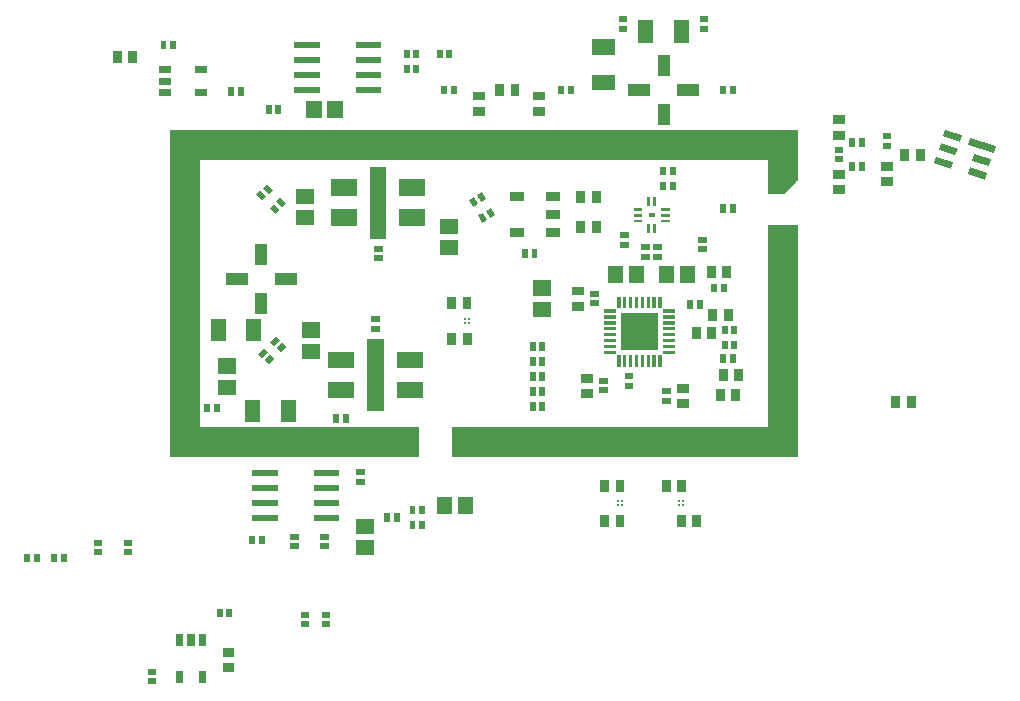
<source format=gbr>
G04 start of page 13 for group -4014 idx -4014 *
G04 Title: (unknown), bottompaste *
G04 Creator: pcb 1.99z *
G04 CreationDate: Wed 16 Jun 2021 11:08:52 PM GMT UTC *
G04 For: mark *
G04 Format: Gerber/RS-274X *
G04 PCB-Dimensions (mil): 4300.00 3300.00 *
G04 PCB-Coordinate-Origin: lower left *
%MOIN*%
%FSLAX25Y25*%
%LNBOTTOMPASTE*%
%ADD229C,0.0071*%
%ADD228R,0.0551X0.0551*%
%ADD227R,0.0300X0.0300*%
%ADD226R,0.0100X0.0100*%
%ADD225R,0.1000X0.1000*%
%ADD224C,0.0100*%
%ADD223R,0.0200X0.0200*%
%ADD222C,0.0001*%
%ADD221R,0.0400X0.0400*%
%ADD220R,0.0098X0.0098*%
%ADD219R,0.0118X0.0118*%
%ADD218R,0.0295X0.0295*%
%ADD217R,0.0240X0.0240*%
%ADD216R,0.0512X0.0512*%
%ADD215R,0.0197X0.0197*%
G54D215*X286080Y165387D02*Y164601D01*
X282932Y165387D02*Y164601D01*
G54D216*X116613Y145951D02*X117399D01*
X116613Y153037D02*X117399D01*
X125911Y166175D02*Y163813D01*
X114101Y166175D02*Y163813D01*
G54D217*X105006Y62344D02*Y60770D01*
X108746Y50219D02*Y48644D01*
X101266Y50219D02*Y48644D01*
X108746Y62344D02*Y60770D01*
X101266Y62344D02*Y60770D01*
G54D218*X117014Y57553D02*X117998D01*
X117014Y52435D02*X117998D01*
G54D215*X91613Y47920D02*X92399D01*
X91613Y51068D02*X92399D01*
X134080Y238887D02*Y238101D01*
X130932Y238887D02*Y238101D01*
X114532Y71087D02*Y70301D01*
X117680Y71087D02*Y70301D01*
X161113Y114420D02*X161899D01*
X161113Y117568D02*X161899D01*
X282432Y205887D02*Y205101D01*
X285580Y205887D02*Y205101D01*
G54D218*X240053Y209986D02*Y209002D01*
X234935Y209986D02*Y209002D01*
G54D219*X258159Y203337D02*X258947D01*
G54D220*X262096D02*X264065D01*
X262096Y201368D02*X264065D01*
X262096Y205305D02*X264065D01*
X253041Y203337D02*X255010D01*
X253041Y201368D02*X255010D01*
X253041Y205305D02*X255010D01*
X259537Y199793D02*Y197825D01*
X257569Y199793D02*Y197825D01*
X259537Y208848D02*Y206880D01*
X257569Y208848D02*Y206880D01*
G54D218*X240065Y199986D02*Y199002D01*
X234947Y199986D02*Y199002D01*
G54D215*X260113Y192642D02*X260899D01*
X260113Y189494D02*X260899D01*
G54D216*X189463Y106887D02*Y106101D01*
X196549Y106887D02*Y106101D01*
G54D221*X118756Y181994D02*X121956D01*
X135056D02*X138256D01*
X128506Y175444D02*Y172244D01*
Y191744D02*Y188544D01*
G54D216*X190613Y192451D02*X191399D01*
X190613Y199537D02*X191399D01*
G54D222*G36*
X132615Y207051D02*X134562Y205103D01*
X133171Y203712D01*
X131223Y205659D01*
X132615Y207051D01*
G37*
G36*
X134841Y209277D02*X136788Y207329D01*
X135397Y205938D01*
X133449Y207885D01*
X134841Y209277D01*
G37*
G36*
X128115Y211551D02*X130062Y209603D01*
X128671Y208212D01*
X126723Y210159D01*
X128115Y211551D01*
G37*
G36*
X130341Y213777D02*X132288Y211829D01*
X130897Y210438D01*
X128949Y212385D01*
X130341Y213777D01*
G37*
G54D216*X142613Y202451D02*X143399D01*
X142613Y209537D02*X143399D01*
G54D223*X140506Y244994D02*X147006D01*
X140506Y249994D02*X147006D01*
X140506Y254994D02*X147006D01*
X140506Y259994D02*X147006D01*
X161006D02*X167506D01*
X161006Y254994D02*X167506D01*
X161006Y249994D02*X167506D01*
X161006Y244994D02*X167506D01*
G54D215*X282406Y245387D02*Y244601D01*
X285554Y245387D02*Y244601D01*
G54D218*X348065Y223986D02*Y223002D01*
X342947Y223986D02*Y223002D01*
G54D221*X262580Y254744D02*Y251544D01*
Y238444D02*Y235244D01*
X252830Y244994D02*X256030D01*
X269130D02*X272330D01*
G54D215*X228432Y245387D02*Y244601D01*
X231580Y245387D02*Y244601D01*
X189432Y245387D02*Y244601D01*
X192580Y245387D02*Y244601D01*
G54D218*X207921Y245486D02*Y244502D01*
X213039Y245486D02*Y244502D01*
G54D216*X241325Y247589D02*X243687D01*
X241325Y259399D02*X243687D01*
G54D218*X220514Y237935D02*X221498D01*
X220514Y243053D02*X221498D01*
X336514Y219553D02*X337498D01*
X336514Y214435D02*X337498D01*
G54D215*X328580Y227887D02*Y227101D01*
X325432Y227887D02*Y227101D01*
X328580Y219887D02*Y219101D01*
X325432Y219887D02*Y219101D01*
X336613Y226494D02*X337399D01*
X336613Y229642D02*X337399D01*
G54D222*G36*
X205032Y205769D02*X206410Y203385D01*
X204705Y202401D01*
X203328Y204785D01*
X205032Y205769D01*
G37*
G36*
X202306Y204195D02*X203684Y201811D01*
X201980Y200827D01*
X200602Y203211D01*
X202306Y204195D01*
G37*
G36*
X202033Y210965D02*X203409Y208580D01*
X201705Y207596D01*
X200328Y209982D01*
X202033Y210965D01*
G37*
G36*
X199307Y209392D02*X200684Y207007D01*
X198979Y206023D01*
X197602Y208408D01*
X199307Y209392D01*
G37*
G54D215*X73613Y94068D02*X74399D01*
X73613Y90920D02*X74399D01*
X282432Y155887D02*Y155101D01*
X285580Y155887D02*Y155101D01*
G54D216*X153049Y238887D02*Y238101D01*
X145963Y238887D02*Y238101D01*
G54D222*G36*
X129489Y154953D02*X131437Y156901D01*
X132828Y155509D01*
X130881Y153562D01*
X129489Y154953D01*
G37*
G36*
X127263Y157179D02*X129211Y159127D01*
X130602Y157735D01*
X128655Y155788D01*
X127263Y157179D01*
G37*
G36*
X133489Y158953D02*X135437Y160901D01*
X136828Y159509D01*
X134881Y157562D01*
X133489Y158953D01*
G37*
G36*
X131263Y161179D02*X133211Y163127D01*
X134602Y161735D01*
X132655Y159788D01*
X131263Y161179D01*
G37*
G54D216*X144613Y157951D02*X145399D01*
X144613Y165037D02*X145399D01*
G54D224*X302500Y211000D02*X306500Y215000D01*
G54D225*X197000Y127750D02*X302500D01*
X103000D02*X176000D01*
X103000Y226750D02*Y127750D01*
Y226750D02*X302500D01*
Y219750D01*
Y195000D02*Y127750D01*
G54D226*X298000Y211000D02*X302000D01*
X298000Y212000D02*X303000D01*
X298000Y213000D02*X304000D01*
X298000Y214000D02*X305000D01*
X298000Y215000D02*X306000D01*
G54D215*X95858Y260387D02*Y259601D01*
X99006Y260387D02*Y259601D01*
G54D218*X200588Y237935D02*X201572D01*
X200588Y243053D02*X201572D01*
G54D215*X256113Y192642D02*X256899D01*
X256113Y189494D02*X256899D01*
X283006Y160387D02*Y159601D01*
X286154Y160387D02*Y159601D01*
G54D223*X126506Y102494D02*X133006D01*
X126506Y107494D02*X133006D01*
X126506Y112494D02*X133006D01*
X126506Y117494D02*X133006D01*
X147006D02*X153506D01*
X147006Y112494D02*X153506D01*
X147006Y107494D02*X153506D01*
X147006Y102494D02*X153506D01*
G54D216*X162613Y99537D02*X163399D01*
X162613Y92451D02*X163399D01*
G54D215*X170432Y102887D02*Y102101D01*
X173580Y102887D02*Y102101D01*
X178858Y100387D02*Y99601D01*
X182006Y100387D02*Y99601D01*
X178858Y105387D02*Y104601D01*
X182006Y105387D02*Y104601D01*
G54D217*X95581Y247994D02*X97156D01*
X107707Y251734D02*X109282D01*
X107707Y244254D02*X109282D01*
X95581Y251734D02*X97156D01*
X95581Y244254D02*X97156D01*
G54D218*X85506Y256486D02*Y255502D01*
X80388Y256486D02*Y255502D01*
G54D215*X118432Y244887D02*Y244101D01*
X121580Y244887D02*Y244101D01*
X249113Y193420D02*X249899D01*
X249113Y196568D02*X249899D01*
G54D216*X268411Y265675D02*Y263313D01*
X256601Y265675D02*Y263313D01*
G54D215*X248613Y265420D02*X249399D01*
X248613Y268568D02*X249399D01*
X275613Y265420D02*X276399D01*
X275613Y268568D02*X276399D01*
G54D227*X225006Y197494D02*X226506D01*
X213006D02*X214506D01*
X225006Y203494D02*X226506D01*
X225006Y209494D02*X226506D01*
X213006D02*X214506D01*
G54D215*X128580Y95387D02*Y94601D01*
X125432Y95387D02*Y94601D01*
X139113Y96068D02*X139899D01*
X139113Y92920D02*X139899D01*
X149113D02*X149899D01*
X149113Y96068D02*X149899D01*
X176932Y252387D02*Y251601D01*
X180080Y252387D02*Y251601D01*
X176932Y257387D02*Y256601D01*
X180080Y257387D02*Y256601D01*
X187932Y257387D02*Y256601D01*
X191080Y257387D02*Y256601D01*
X113580Y139387D02*Y138601D01*
X110432Y139387D02*Y138601D01*
X149613Y70068D02*X150399D01*
X149613Y66920D02*X150399D01*
X142613D02*X143399D01*
X142613Y70068D02*X143399D01*
X166113Y165420D02*X166899D01*
X166113Y168568D02*X166899D01*
X153432Y135887D02*Y135101D01*
X156580Y135887D02*Y135101D01*
G54D216*X125601Y139175D02*Y136813D01*
X137411Y139175D02*Y136813D01*
G54D215*X275113Y191920D02*X275899D01*
X275113Y195068D02*X275899D01*
X320613Y221920D02*X321399D01*
X320613Y225068D02*X321399D01*
G54D218*X320514Y229994D02*X321498D01*
X320514Y235112D02*X321498D01*
G54D222*G36*
X319038Y218470D02*X322974Y218470D01*
X322974Y215518D01*
X319038Y215518D01*
X319038Y218470D01*
G37*
G54D218*X320514Y211876D02*X321498D01*
G54D215*X262432Y213387D02*Y212601D01*
X265580Y213387D02*Y212601D01*
X262432Y218387D02*Y217601D01*
X265580Y218387D02*Y217601D01*
X167113Y192068D02*X167899D01*
X167113Y188920D02*X167899D01*
X83613Y90920D02*X84399D01*
X83613Y94068D02*X84399D01*
X271432Y173887D02*Y173101D01*
X274580Y173887D02*Y173101D01*
G54D228*X176431Y154994D02*X179581D01*
X176431Y144994D02*X179581D01*
X153596Y154994D02*X156746D01*
X153596Y144994D02*X156746D01*
X166589Y159294D02*Y149994D01*
Y140742D01*
X154431Y202494D02*X157581D01*
X154431Y212494D02*X157581D01*
X177266Y202494D02*X180415D01*
X177266Y212494D02*X180415D01*
X167423Y207494D02*Y198194D01*
Y216746D02*Y207494D01*
G54D215*X50432Y89387D02*Y88601D01*
X53580Y89387D02*Y88601D01*
X59432Y89387D02*Y88601D01*
X62580Y89387D02*Y88601D01*
G54D218*X273447Y164486D02*Y163502D01*
X278565Y164486D02*Y163502D01*
X286565Y143986D02*Y143002D01*
X281447Y143986D02*Y143002D01*
X287565Y150486D02*Y149502D01*
X282447Y150486D02*Y149502D01*
X278447Y184986D02*Y184002D01*
X283565Y184986D02*Y184002D01*
G54D215*X279432Y179387D02*Y178601D01*
X282580Y179387D02*Y178601D01*
G54D216*X270506Y183887D02*Y183101D01*
X263420Y183887D02*Y183101D01*
X246463Y183887D02*Y183101D01*
X253549Y183887D02*Y183101D01*
G54D215*X250613Y146420D02*X251399D01*
X250613Y149568D02*X251399D01*
G54D218*X339947Y141486D02*Y140502D01*
X345065Y141486D02*Y140502D01*
G54D215*X222080Y149887D02*Y149101D01*
X218932Y149887D02*Y149101D01*
X222080Y154887D02*Y154101D01*
X218932Y154887D02*Y154101D01*
X222080Y144887D02*Y144101D01*
X218932Y144887D02*Y144101D01*
X222080Y139887D02*Y139101D01*
X218932Y139887D02*Y139101D01*
G54D218*X236514Y148905D02*X237498D01*
X236514Y143787D02*X237498D01*
G54D215*X242113Y148068D02*X242899D01*
X242113Y144920D02*X242899D01*
G54D218*X278947Y170486D02*Y169502D01*
X284065Y170486D02*Y169502D01*
G54D229*X196316Y168684D03*
X197696D03*
X196316Y167304D03*
X197696D03*
G54D218*X191947Y162486D02*Y161502D01*
X197065Y162486D02*Y161502D01*
X191882Y174480D02*Y173496D01*
X197000Y174480D02*Y173496D01*
G54D222*G36*
X218521Y189118D02*X218523Y191872D01*
X220491Y191871D01*
X220489Y189117D01*
X218521Y189118D01*
G37*
G36*
X215374D02*X215375Y191872D01*
X217343Y191871D01*
X217342Y189117D01*
X215374Y189118D01*
G37*
G54D229*X248696Y106804D03*
X247316D03*
X248696Y108184D03*
X247316D03*
G54D218*X242888Y113486D02*Y112502D01*
X248006Y113486D02*Y112502D01*
X242888Y101986D02*Y101002D01*
X248006Y101986D02*Y101002D01*
G54D229*X269137Y106804D03*
X267757D03*
X269137Y108184D03*
X267757D03*
G54D218*X263388Y113486D02*Y112502D01*
X268506Y113486D02*Y112502D01*
G54D215*X218932Y159887D02*Y159101D01*
X222080Y159887D02*Y159101D01*
G54D216*X221613Y171951D02*X222399D01*
X221613Y179037D02*X222399D01*
G54D218*X233514Y178053D02*X234498D01*
X233514Y172935D02*X234498D01*
G54D215*X239113Y177068D02*X239899D01*
X239113Y173920D02*X239899D01*
G54D218*X273565Y101986D02*Y101002D01*
X268447Y101986D02*Y101002D01*
G54D215*X263113Y144568D02*X263899D01*
X263113Y141420D02*X263899D01*
G54D218*X268514Y145553D02*X269498D01*
X268514Y140435D02*X269498D01*
G54D219*X263049Y157604D02*X265608D01*
X263049Y159573D02*X265608D01*
X263049Y161541D02*X265608D01*
X263049Y163510D02*X265608D01*
X263049Y165478D02*X265608D01*
X263049Y167447D02*X265608D01*
X263049Y169415D02*X265608D01*
X263049Y171384D02*X265608D01*
X247616Y155951D02*Y153392D01*
X249585Y155951D02*Y153392D01*
X251553Y155951D02*Y153392D01*
X253522Y155951D02*Y153392D01*
X255490Y155951D02*Y153392D01*
X257459Y155951D02*Y153392D01*
X259427Y155951D02*Y153392D01*
X261396Y155951D02*Y153392D01*
X243404Y171384D02*X245963D01*
X243404Y169415D02*X245963D01*
X243404Y167447D02*X245963D01*
X243404Y165478D02*X245963D01*
X243404Y163510D02*X245963D01*
X243404Y161541D02*X245963D01*
X243404Y159573D02*X245963D01*
X243404Y157604D02*X245963D01*
X261396Y175596D02*Y173037D01*
X259427Y175596D02*Y173037D01*
X257459Y175596D02*Y173037D01*
X255490Y175596D02*Y173037D01*
X253522Y175596D02*Y173037D01*
X251553Y175596D02*Y173037D01*
X249585Y175596D02*Y173037D01*
X247616Y175596D02*Y173037D01*
G54D222*G36*
X248305Y170695D02*Y158293D01*
X260707D01*
Y170695D01*
X248305D01*
G37*
G36*
X364831Y229111D02*X373256Y226373D01*
X372526Y224127D01*
X364101Y226864D01*
X364831Y229111D01*
G37*
G36*
X364719Y219211D02*X370335Y217387D01*
X369606Y215141D01*
X363989Y216965D01*
X364719Y219211D01*
G37*
G36*
X366179Y223705D02*X371796Y221880D01*
X371066Y219633D01*
X365449Y221458D01*
X366179Y223705D01*
G37*
G36*
X354946Y227355D02*X360563Y225530D01*
X359833Y223283D01*
X354216Y225108D01*
X354946Y227355D01*
G37*
G36*
X356407Y231848D02*X362023Y230023D01*
X361292Y227776D01*
X355677Y229602D01*
X356407Y231848D01*
G37*
G36*
X353486Y222861D02*X359103Y221037D01*
X358373Y218790D01*
X352756Y220615D01*
X353486Y222861D01*
G37*
M02*

</source>
